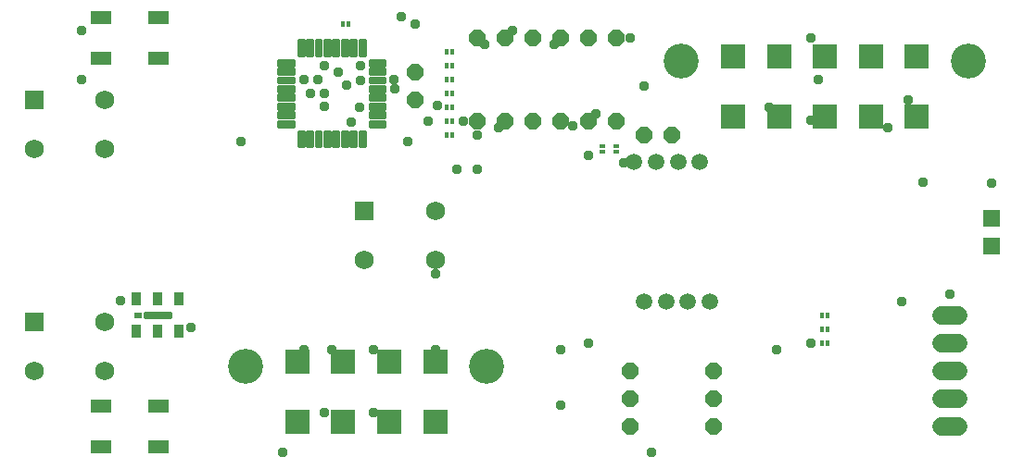
<source format=gbr>
G04 EAGLE Gerber RS-274X export*
G75*
%MOMM*%
%FSLAX34Y34*%
%LPD*%
%INSoldermask Top*%
%IPPOS*%
%AMOC8*
5,1,8,0,0,1.08239X$1,22.5*%
G01*
%ADD10R,0.453200X0.553200*%
%ADD11P,1.649562X8X22.500000*%
%ADD12R,0.553200X0.453200*%
%ADD13P,1.649562X8X292.500000*%
%ADD14C,1.727200*%
%ADD15R,0.923200X1.283200*%
%ADD16R,0.703200X0.503200*%
%ADD17C,0.450047*%
%ADD18P,1.649562X8X202.500000*%
%ADD19P,1.649562X8X112.500000*%
%ADD20C,1.517400*%
%ADD21C,0.420166*%
%ADD22R,1.503200X1.503200*%
%ADD23R,2.303200X2.303200*%
%ADD24C,3.203200*%
%ADD25R,1.727200X1.727200*%
%ADD26C,1.727200*%
%ADD27R,1.905000X1.193800*%
%ADD28C,0.959600*%


D10*
X746800Y127000D03*
X751800Y127000D03*
X403900Y342900D03*
X408900Y342900D03*
X746800Y139700D03*
X751800Y139700D03*
X746800Y114300D03*
X751800Y114300D03*
X313650Y406400D03*
X308650Y406400D03*
X403900Y381000D03*
X408900Y381000D03*
X403900Y368300D03*
X408900Y368300D03*
X403900Y355600D03*
X408900Y355600D03*
X403900Y317500D03*
X408900Y317500D03*
X403900Y304800D03*
X408900Y304800D03*
D11*
X584200Y304800D03*
X609600Y304800D03*
D12*
X546100Y289600D03*
X546100Y294600D03*
X558800Y289600D03*
X558800Y294600D03*
D13*
X374650Y361950D03*
X374650Y336550D03*
D10*
X403900Y330200D03*
X408900Y330200D03*
D14*
X855980Y38100D02*
X871220Y38100D01*
X871220Y63500D02*
X855980Y63500D01*
X855980Y88900D02*
X871220Y88900D01*
X871220Y114300D02*
X855980Y114300D01*
X855980Y139700D02*
X871220Y139700D01*
D15*
X120100Y124850D03*
X139700Y124850D03*
X159300Y124850D03*
X159300Y154550D03*
X139700Y154550D03*
X120100Y154550D03*
D16*
X121920Y139700D03*
D17*
X128434Y138434D02*
X150966Y138434D01*
X128434Y138434D02*
X128434Y140966D01*
X150966Y140966D01*
X150966Y138434D01*
D18*
X647700Y38100D03*
X571500Y38100D03*
D11*
X571500Y88900D03*
X647700Y88900D03*
D19*
X533400Y317500D03*
X533400Y393700D03*
X431800Y317500D03*
X431800Y393700D03*
X482600Y317500D03*
X482600Y393700D03*
D13*
X457200Y393700D03*
X457200Y317500D03*
D19*
X508000Y317500D03*
X508000Y393700D03*
X558800Y317500D03*
X558800Y393700D03*
D18*
X647700Y63500D03*
X571500Y63500D03*
D20*
X584100Y151950D03*
X604100Y151950D03*
X624100Y151950D03*
X644100Y151950D03*
X635100Y279850D03*
X615100Y279850D03*
X595100Y279850D03*
X575100Y279850D03*
D21*
X346424Y316550D02*
X333902Y316550D01*
X346424Y316550D02*
X346424Y313250D01*
X333902Y313250D01*
X333902Y316550D01*
X333902Y324550D02*
X346424Y324550D01*
X346424Y321250D01*
X333902Y321250D01*
X333902Y324550D01*
X333902Y332550D02*
X346424Y332550D01*
X346424Y329250D01*
X333902Y329250D01*
X333902Y332550D01*
X333902Y340550D02*
X346424Y340550D01*
X346424Y337250D01*
X333902Y337250D01*
X333902Y340550D01*
X333902Y348550D02*
X346424Y348550D01*
X346424Y345250D01*
X333902Y345250D01*
X333902Y348550D01*
X333902Y356550D02*
X346424Y356550D01*
X346424Y353250D01*
X333902Y353250D01*
X333902Y356550D01*
X333902Y364550D02*
X346424Y364550D01*
X346424Y361250D01*
X333902Y361250D01*
X333902Y364550D01*
X333902Y372550D02*
X346424Y372550D01*
X346424Y369250D01*
X333902Y369250D01*
X333902Y372550D01*
X324800Y378352D02*
X324800Y390874D01*
X328100Y390874D01*
X328100Y378352D01*
X324800Y378352D01*
X324800Y382344D02*
X328100Y382344D01*
X328100Y386336D02*
X324800Y386336D01*
X324800Y390328D02*
X328100Y390328D01*
X316800Y390874D02*
X316800Y378352D01*
X316800Y390874D02*
X320100Y390874D01*
X320100Y378352D01*
X316800Y378352D01*
X316800Y382344D02*
X320100Y382344D01*
X320100Y386336D02*
X316800Y386336D01*
X316800Y390328D02*
X320100Y390328D01*
X308800Y390874D02*
X308800Y378352D01*
X308800Y390874D02*
X312100Y390874D01*
X312100Y378352D01*
X308800Y378352D01*
X308800Y382344D02*
X312100Y382344D01*
X312100Y386336D02*
X308800Y386336D01*
X308800Y390328D02*
X312100Y390328D01*
X300800Y390874D02*
X300800Y378352D01*
X300800Y390874D02*
X304100Y390874D01*
X304100Y378352D01*
X300800Y378352D01*
X300800Y382344D02*
X304100Y382344D01*
X304100Y386336D02*
X300800Y386336D01*
X300800Y390328D02*
X304100Y390328D01*
X292800Y390874D02*
X292800Y378352D01*
X292800Y390874D02*
X296100Y390874D01*
X296100Y378352D01*
X292800Y378352D01*
X292800Y382344D02*
X296100Y382344D01*
X296100Y386336D02*
X292800Y386336D01*
X292800Y390328D02*
X296100Y390328D01*
X284800Y390874D02*
X284800Y378352D01*
X284800Y390874D02*
X288100Y390874D01*
X288100Y378352D01*
X284800Y378352D01*
X284800Y382344D02*
X288100Y382344D01*
X288100Y386336D02*
X284800Y386336D01*
X284800Y390328D02*
X288100Y390328D01*
X276800Y390874D02*
X276800Y378352D01*
X276800Y390874D02*
X280100Y390874D01*
X280100Y378352D01*
X276800Y378352D01*
X276800Y382344D02*
X280100Y382344D01*
X280100Y386336D02*
X276800Y386336D01*
X276800Y390328D02*
X280100Y390328D01*
X268800Y390874D02*
X268800Y378352D01*
X268800Y390874D02*
X272100Y390874D01*
X272100Y378352D01*
X268800Y378352D01*
X268800Y382344D02*
X272100Y382344D01*
X272100Y386336D02*
X268800Y386336D01*
X268800Y390328D02*
X272100Y390328D01*
X262998Y372550D02*
X250476Y372550D01*
X262998Y372550D02*
X262998Y369250D01*
X250476Y369250D01*
X250476Y372550D01*
X250476Y364550D02*
X262998Y364550D01*
X262998Y361250D01*
X250476Y361250D01*
X250476Y364550D01*
X250476Y356550D02*
X262998Y356550D01*
X262998Y353250D01*
X250476Y353250D01*
X250476Y356550D01*
X250476Y348550D02*
X262998Y348550D01*
X262998Y345250D01*
X250476Y345250D01*
X250476Y348550D01*
X250476Y340550D02*
X262998Y340550D01*
X262998Y337250D01*
X250476Y337250D01*
X250476Y340550D01*
X250476Y332550D02*
X262998Y332550D01*
X262998Y329250D01*
X250476Y329250D01*
X250476Y332550D01*
X250476Y324550D02*
X262998Y324550D01*
X262998Y321250D01*
X250476Y321250D01*
X250476Y324550D01*
X250476Y316550D02*
X262998Y316550D01*
X262998Y313250D01*
X250476Y313250D01*
X250476Y316550D01*
X268800Y307448D02*
X268800Y294926D01*
X268800Y307448D02*
X272100Y307448D01*
X272100Y294926D01*
X268800Y294926D01*
X268800Y298918D02*
X272100Y298918D01*
X272100Y302910D02*
X268800Y302910D01*
X268800Y306902D02*
X272100Y306902D01*
X276800Y307448D02*
X276800Y294926D01*
X276800Y307448D02*
X280100Y307448D01*
X280100Y294926D01*
X276800Y294926D01*
X276800Y298918D02*
X280100Y298918D01*
X280100Y302910D02*
X276800Y302910D01*
X276800Y306902D02*
X280100Y306902D01*
X284800Y307448D02*
X284800Y294926D01*
X284800Y307448D02*
X288100Y307448D01*
X288100Y294926D01*
X284800Y294926D01*
X284800Y298918D02*
X288100Y298918D01*
X288100Y302910D02*
X284800Y302910D01*
X284800Y306902D02*
X288100Y306902D01*
X292800Y307448D02*
X292800Y294926D01*
X292800Y307448D02*
X296100Y307448D01*
X296100Y294926D01*
X292800Y294926D01*
X292800Y298918D02*
X296100Y298918D01*
X296100Y302910D02*
X292800Y302910D01*
X292800Y306902D02*
X296100Y306902D01*
X300800Y307448D02*
X300800Y294926D01*
X300800Y307448D02*
X304100Y307448D01*
X304100Y294926D01*
X300800Y294926D01*
X300800Y298918D02*
X304100Y298918D01*
X304100Y302910D02*
X300800Y302910D01*
X300800Y306902D02*
X304100Y306902D01*
X308800Y307448D02*
X308800Y294926D01*
X308800Y307448D02*
X312100Y307448D01*
X312100Y294926D01*
X308800Y294926D01*
X308800Y298918D02*
X312100Y298918D01*
X312100Y302910D02*
X308800Y302910D01*
X308800Y306902D02*
X312100Y306902D01*
X316800Y307448D02*
X316800Y294926D01*
X316800Y307448D02*
X320100Y307448D01*
X320100Y294926D01*
X316800Y294926D01*
X316800Y298918D02*
X320100Y298918D01*
X320100Y302910D02*
X316800Y302910D01*
X316800Y306902D02*
X320100Y306902D01*
X324800Y307448D02*
X324800Y294926D01*
X324800Y307448D02*
X328100Y307448D01*
X328100Y294926D01*
X324800Y294926D01*
X324800Y298918D02*
X328100Y298918D01*
X328100Y302910D02*
X324800Y302910D01*
X324800Y306902D02*
X328100Y306902D01*
D22*
X901700Y228600D03*
X901700Y203200D03*
D23*
X393200Y42350D03*
X351200Y42350D03*
X309200Y42350D03*
X267200Y42350D03*
X267200Y97350D03*
X309200Y97350D03*
X351200Y97350D03*
X393200Y97350D03*
D24*
X440200Y92750D03*
X220200Y92750D03*
D23*
X833300Y321750D03*
X791300Y321750D03*
X749300Y321750D03*
X707300Y321750D03*
X665300Y321750D03*
X707300Y376750D03*
X665300Y376750D03*
X749300Y376750D03*
X791300Y376750D03*
X833300Y376750D03*
D24*
X880300Y372150D03*
X618300Y372150D03*
D25*
X26576Y133858D03*
D26*
X26576Y88900D03*
X91600Y88900D03*
X91600Y133858D03*
D25*
X26576Y337058D03*
D26*
X26576Y292100D03*
X91600Y292100D03*
X91600Y337058D03*
D25*
X328676Y235458D03*
D26*
X328676Y190500D03*
X393700Y190500D03*
X393700Y235458D03*
D27*
X87884Y56600D03*
X87884Y19600D03*
X140716Y19600D03*
X140716Y56600D03*
X140716Y375200D03*
X140716Y412200D03*
X87884Y412200D03*
X87884Y375200D03*
D28*
X323850Y330200D03*
X393700Y107950D03*
X393700Y177800D03*
X806450Y311150D03*
X863600Y158750D03*
X355961Y346512D03*
X508000Y57150D03*
X704850Y107950D03*
X69850Y355600D03*
X69850Y400050D03*
X292100Y368300D03*
X292100Y342900D03*
X316384Y316384D03*
X565150Y279400D03*
X742950Y355600D03*
X901700Y260350D03*
X825500Y336550D03*
X571500Y393700D03*
X254000Y13942D03*
X501650Y387350D03*
X533400Y285750D03*
X519045Y312805D03*
X324869Y354900D03*
X355600Y355600D03*
X431800Y304800D03*
X395355Y331855D03*
X215900Y298450D03*
X325280Y368300D03*
X819150Y152400D03*
X839072Y261222D03*
X736600Y114300D03*
X590550Y13942D03*
X361950Y413230D03*
X105575Y152880D03*
X170334Y128116D03*
X508000Y107950D03*
X412750Y273050D03*
X368300Y298930D03*
X386870Y317500D03*
X431800Y273050D03*
X533400Y114300D03*
X312266Y350366D03*
X450850Y311630D03*
X584200Y349250D03*
X736600Y393700D03*
X463550Y400050D03*
X698500Y330200D03*
X438150Y387350D03*
X736600Y317980D03*
X539750Y323850D03*
X374650Y406400D03*
X419100Y317500D03*
X292100Y330618D03*
X336550Y50800D03*
X279400Y342900D03*
X292100Y50800D03*
X273050Y355600D03*
X273050Y107950D03*
X285750Y355600D03*
X298450Y107950D03*
X304800Y361950D03*
X336550Y107950D03*
M02*

</source>
